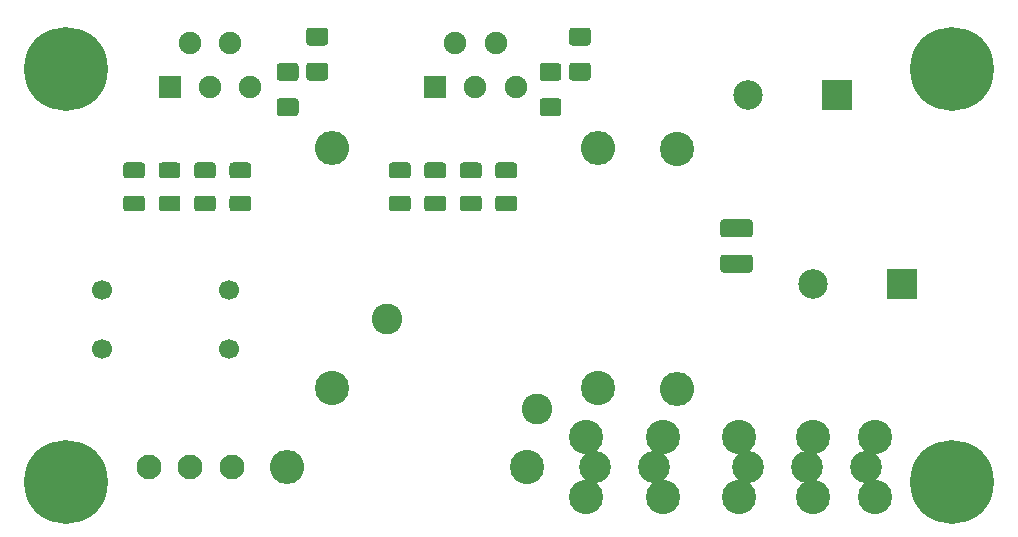
<source format=gbr>
%TF.GenerationSoftware,KiCad,Pcbnew,(5.1.6-0)*%
%TF.CreationDate,2023-05-04T22:11:03-07:00*%
%TF.ProjectId,LM1875x2_SMD_1206,4c4d3138-3735-4783-925f-534d445f3132,rev?*%
%TF.SameCoordinates,Original*%
%TF.FileFunction,Soldermask,Top*%
%TF.FilePolarity,Negative*%
%FSLAX46Y46*%
G04 Gerber Fmt 4.6, Leading zero omitted, Abs format (unit mm)*
G04 Created by KiCad (PCBNEW (5.1.6-0)) date 2023-05-04 22:11:03*
%MOMM*%
%LPD*%
G01*
G04 APERTURE LIST*
%ADD10C,2.900000*%
%ADD11C,0.900000*%
%ADD12C,7.100000*%
%ADD13C,2.600000*%
%ADD14O,1.900000X1.900000*%
%ADD15R,1.900000X1.900000*%
%ADD16O,2.900000X2.900000*%
%ADD17C,2.700000*%
%ADD18C,2.100000*%
%ADD19C,2.500000*%
%ADD20R,2.500000X2.500000*%
%ADD21C,1.700000*%
G04 APERTURE END LIST*
D10*
%TO.C,J8*%
X149500000Y-84960000D03*
X149500000Y-90040000D03*
%TD*%
%TO.C,J7*%
X130250000Y-84960000D03*
X130250000Y-90040000D03*
%TD*%
%TO.C,J6*%
X143250000Y-84960000D03*
X143250000Y-90040000D03*
%TD*%
%TO.C,J5*%
X136750000Y-84960000D03*
X136750000Y-90040000D03*
%TD*%
%TO.C,J4*%
X154750000Y-84960000D03*
X154750000Y-90040000D03*
%TD*%
D11*
%TO.C,H4*%
X163106155Y-86893845D03*
X161250000Y-86125000D03*
X159393845Y-86893845D03*
X158625000Y-88750000D03*
X159393845Y-90606155D03*
X161250000Y-91375000D03*
X163106155Y-90606155D03*
X163875000Y-88750000D03*
D12*
X161250000Y-88750000D03*
%TD*%
D11*
%TO.C,H3*%
X163106155Y-51893845D03*
X161250000Y-51125000D03*
X159393845Y-51893845D03*
X158625000Y-53750000D03*
X159393845Y-55606155D03*
X161250000Y-56375000D03*
X163106155Y-55606155D03*
X163875000Y-53750000D03*
D12*
X161250000Y-53750000D03*
%TD*%
D11*
%TO.C,H2*%
X88106155Y-51893845D03*
X86250000Y-51125000D03*
X84393845Y-51893845D03*
X83625000Y-53750000D03*
X84393845Y-55606155D03*
X86250000Y-56375000D03*
X88106155Y-55606155D03*
X88875000Y-53750000D03*
D12*
X86250000Y-53750000D03*
%TD*%
D11*
%TO.C,H1*%
X88106155Y-86893845D03*
X86250000Y-86125000D03*
X84393845Y-86893845D03*
X83625000Y-88750000D03*
X84393845Y-90606155D03*
X86250000Y-91375000D03*
X88106155Y-90606155D03*
X88875000Y-88750000D03*
D12*
X86250000Y-88750000D03*
%TD*%
D13*
%TO.C,L1*%
X126100000Y-82560000D03*
X113400000Y-74940000D03*
%TD*%
%TO.C,C9*%
G36*
G01*
X141892544Y-69475000D02*
X144107456Y-69475000D01*
G75*
G02*
X144375000Y-69742544I0J-267544D01*
G01*
X144375000Y-70732456D01*
G75*
G02*
X144107456Y-71000000I-267544J0D01*
G01*
X141892544Y-71000000D01*
G75*
G02*
X141625000Y-70732456I0J267544D01*
G01*
X141625000Y-69742544D01*
G75*
G02*
X141892544Y-69475000I267544J0D01*
G01*
G37*
G36*
G01*
X141892544Y-66500000D02*
X144107456Y-66500000D01*
G75*
G02*
X144375000Y-66767544I0J-267544D01*
G01*
X144375000Y-67757456D01*
G75*
G02*
X144107456Y-68025000I-267544J0D01*
G01*
X141892544Y-68025000D01*
G75*
G02*
X141625000Y-67757456I0J267544D01*
G01*
X141625000Y-66767544D01*
G75*
G02*
X141892544Y-66500000I267544J0D01*
G01*
G37*
%TD*%
%TO.C,C8*%
G36*
G01*
X127907456Y-54775000D02*
X126592544Y-54775000D01*
G75*
G02*
X126325000Y-54507456I0J267544D01*
G01*
X126325000Y-53517544D01*
G75*
G02*
X126592544Y-53250000I267544J0D01*
G01*
X127907456Y-53250000D01*
G75*
G02*
X128175000Y-53517544I0J-267544D01*
G01*
X128175000Y-54507456D01*
G75*
G02*
X127907456Y-54775000I-267544J0D01*
G01*
G37*
G36*
G01*
X127907456Y-57750000D02*
X126592544Y-57750000D01*
G75*
G02*
X126325000Y-57482456I0J267544D01*
G01*
X126325000Y-56492544D01*
G75*
G02*
X126592544Y-56225000I267544J0D01*
G01*
X127907456Y-56225000D01*
G75*
G02*
X128175000Y-56492544I0J-267544D01*
G01*
X128175000Y-57482456D01*
G75*
G02*
X127907456Y-57750000I-267544J0D01*
G01*
G37*
%TD*%
%TO.C,C7*%
G36*
G01*
X130407456Y-51775000D02*
X129092544Y-51775000D01*
G75*
G02*
X128825000Y-51507456I0J267544D01*
G01*
X128825000Y-50517544D01*
G75*
G02*
X129092544Y-50250000I267544J0D01*
G01*
X130407456Y-50250000D01*
G75*
G02*
X130675000Y-50517544I0J-267544D01*
G01*
X130675000Y-51507456D01*
G75*
G02*
X130407456Y-51775000I-267544J0D01*
G01*
G37*
G36*
G01*
X130407456Y-54750000D02*
X129092544Y-54750000D01*
G75*
G02*
X128825000Y-54482456I0J267544D01*
G01*
X128825000Y-53492544D01*
G75*
G02*
X129092544Y-53225000I267544J0D01*
G01*
X130407456Y-53225000D01*
G75*
G02*
X130675000Y-53492544I0J-267544D01*
G01*
X130675000Y-54482456D01*
G75*
G02*
X130407456Y-54750000I-267544J0D01*
G01*
G37*
%TD*%
%TO.C,C6*%
G36*
G01*
X105657456Y-54775000D02*
X104342544Y-54775000D01*
G75*
G02*
X104075000Y-54507456I0J267544D01*
G01*
X104075000Y-53517544D01*
G75*
G02*
X104342544Y-53250000I267544J0D01*
G01*
X105657456Y-53250000D01*
G75*
G02*
X105925000Y-53517544I0J-267544D01*
G01*
X105925000Y-54507456D01*
G75*
G02*
X105657456Y-54775000I-267544J0D01*
G01*
G37*
G36*
G01*
X105657456Y-57750000D02*
X104342544Y-57750000D01*
G75*
G02*
X104075000Y-57482456I0J267544D01*
G01*
X104075000Y-56492544D01*
G75*
G02*
X104342544Y-56225000I267544J0D01*
G01*
X105657456Y-56225000D01*
G75*
G02*
X105925000Y-56492544I0J-267544D01*
G01*
X105925000Y-57482456D01*
G75*
G02*
X105657456Y-57750000I-267544J0D01*
G01*
G37*
%TD*%
%TO.C,C5*%
G36*
G01*
X108157456Y-51775000D02*
X106842544Y-51775000D01*
G75*
G02*
X106575000Y-51507456I0J267544D01*
G01*
X106575000Y-50517544D01*
G75*
G02*
X106842544Y-50250000I267544J0D01*
G01*
X108157456Y-50250000D01*
G75*
G02*
X108425000Y-50517544I0J-267544D01*
G01*
X108425000Y-51507456D01*
G75*
G02*
X108157456Y-51775000I-267544J0D01*
G01*
G37*
G36*
G01*
X108157456Y-54750000D02*
X106842544Y-54750000D01*
G75*
G02*
X106575000Y-54482456I0J267544D01*
G01*
X106575000Y-53492544D01*
G75*
G02*
X106842544Y-53225000I267544J0D01*
G01*
X108157456Y-53225000D01*
G75*
G02*
X108425000Y-53492544I0J-267544D01*
G01*
X108425000Y-54482456D01*
G75*
G02*
X108157456Y-54750000I-267544J0D01*
G01*
G37*
%TD*%
D14*
%TO.C,U2*%
X124300000Y-55250000D03*
X122600000Y-51550000D03*
X120900000Y-55250000D03*
X119200000Y-51550000D03*
D15*
X117500000Y-55250000D03*
%TD*%
D14*
%TO.C,U1*%
X101800000Y-55250000D03*
X100100000Y-51550000D03*
X98400000Y-55250000D03*
X96700000Y-51550000D03*
D15*
X95000000Y-55250000D03*
%TD*%
D16*
%TO.C,R12*%
X104930000Y-87500000D03*
D10*
X125250000Y-87500000D03*
%TD*%
D16*
%TO.C,R11*%
X138000000Y-80820000D03*
D10*
X138000000Y-60500000D03*
%TD*%
D16*
%TO.C,R10*%
X131250000Y-60430000D03*
D10*
X131250000Y-80750000D03*
%TD*%
D16*
%TO.C,R9*%
X108750000Y-60430000D03*
D10*
X108750000Y-80750000D03*
%TD*%
%TO.C,R8*%
G36*
G01*
X124155000Y-63025000D02*
X122845000Y-63025000D01*
G75*
G02*
X122575000Y-62755000I0J270000D01*
G01*
X122575000Y-61945000D01*
G75*
G02*
X122845000Y-61675000I270000J0D01*
G01*
X124155000Y-61675000D01*
G75*
G02*
X124425000Y-61945000I0J-270000D01*
G01*
X124425000Y-62755000D01*
G75*
G02*
X124155000Y-63025000I-270000J0D01*
G01*
G37*
G36*
G01*
X124155000Y-65825000D02*
X122845000Y-65825000D01*
G75*
G02*
X122575000Y-65555000I0J270000D01*
G01*
X122575000Y-64745000D01*
G75*
G02*
X122845000Y-64475000I270000J0D01*
G01*
X124155000Y-64475000D01*
G75*
G02*
X124425000Y-64745000I0J-270000D01*
G01*
X124425000Y-65555000D01*
G75*
G02*
X124155000Y-65825000I-270000J0D01*
G01*
G37*
%TD*%
%TO.C,R7*%
G36*
G01*
X115155000Y-63025000D02*
X113845000Y-63025000D01*
G75*
G02*
X113575000Y-62755000I0J270000D01*
G01*
X113575000Y-61945000D01*
G75*
G02*
X113845000Y-61675000I270000J0D01*
G01*
X115155000Y-61675000D01*
G75*
G02*
X115425000Y-61945000I0J-270000D01*
G01*
X115425000Y-62755000D01*
G75*
G02*
X115155000Y-63025000I-270000J0D01*
G01*
G37*
G36*
G01*
X115155000Y-65825000D02*
X113845000Y-65825000D01*
G75*
G02*
X113575000Y-65555000I0J270000D01*
G01*
X113575000Y-64745000D01*
G75*
G02*
X113845000Y-64475000I270000J0D01*
G01*
X115155000Y-64475000D01*
G75*
G02*
X115425000Y-64745000I0J-270000D01*
G01*
X115425000Y-65555000D01*
G75*
G02*
X115155000Y-65825000I-270000J0D01*
G01*
G37*
%TD*%
%TO.C,R6*%
G36*
G01*
X101655000Y-63025000D02*
X100345000Y-63025000D01*
G75*
G02*
X100075000Y-62755000I0J270000D01*
G01*
X100075000Y-61945000D01*
G75*
G02*
X100345000Y-61675000I270000J0D01*
G01*
X101655000Y-61675000D01*
G75*
G02*
X101925000Y-61945000I0J-270000D01*
G01*
X101925000Y-62755000D01*
G75*
G02*
X101655000Y-63025000I-270000J0D01*
G01*
G37*
G36*
G01*
X101655000Y-65825000D02*
X100345000Y-65825000D01*
G75*
G02*
X100075000Y-65555000I0J270000D01*
G01*
X100075000Y-64745000D01*
G75*
G02*
X100345000Y-64475000I270000J0D01*
G01*
X101655000Y-64475000D01*
G75*
G02*
X101925000Y-64745000I0J-270000D01*
G01*
X101925000Y-65555000D01*
G75*
G02*
X101655000Y-65825000I-270000J0D01*
G01*
G37*
%TD*%
%TO.C,R5*%
G36*
G01*
X92655000Y-63025000D02*
X91345000Y-63025000D01*
G75*
G02*
X91075000Y-62755000I0J270000D01*
G01*
X91075000Y-61945000D01*
G75*
G02*
X91345000Y-61675000I270000J0D01*
G01*
X92655000Y-61675000D01*
G75*
G02*
X92925000Y-61945000I0J-270000D01*
G01*
X92925000Y-62755000D01*
G75*
G02*
X92655000Y-63025000I-270000J0D01*
G01*
G37*
G36*
G01*
X92655000Y-65825000D02*
X91345000Y-65825000D01*
G75*
G02*
X91075000Y-65555000I0J270000D01*
G01*
X91075000Y-64745000D01*
G75*
G02*
X91345000Y-64475000I270000J0D01*
G01*
X92655000Y-64475000D01*
G75*
G02*
X92925000Y-64745000I0J-270000D01*
G01*
X92925000Y-65555000D01*
G75*
G02*
X92655000Y-65825000I-270000J0D01*
G01*
G37*
%TD*%
%TO.C,R4*%
G36*
G01*
X119845000Y-64475000D02*
X121155000Y-64475000D01*
G75*
G02*
X121425000Y-64745000I0J-270000D01*
G01*
X121425000Y-65555000D01*
G75*
G02*
X121155000Y-65825000I-270000J0D01*
G01*
X119845000Y-65825000D01*
G75*
G02*
X119575000Y-65555000I0J270000D01*
G01*
X119575000Y-64745000D01*
G75*
G02*
X119845000Y-64475000I270000J0D01*
G01*
G37*
G36*
G01*
X119845000Y-61675000D02*
X121155000Y-61675000D01*
G75*
G02*
X121425000Y-61945000I0J-270000D01*
G01*
X121425000Y-62755000D01*
G75*
G02*
X121155000Y-63025000I-270000J0D01*
G01*
X119845000Y-63025000D01*
G75*
G02*
X119575000Y-62755000I0J270000D01*
G01*
X119575000Y-61945000D01*
G75*
G02*
X119845000Y-61675000I270000J0D01*
G01*
G37*
%TD*%
%TO.C,R3*%
G36*
G01*
X116845000Y-64475000D02*
X118155000Y-64475000D01*
G75*
G02*
X118425000Y-64745000I0J-270000D01*
G01*
X118425000Y-65555000D01*
G75*
G02*
X118155000Y-65825000I-270000J0D01*
G01*
X116845000Y-65825000D01*
G75*
G02*
X116575000Y-65555000I0J270000D01*
G01*
X116575000Y-64745000D01*
G75*
G02*
X116845000Y-64475000I270000J0D01*
G01*
G37*
G36*
G01*
X116845000Y-61675000D02*
X118155000Y-61675000D01*
G75*
G02*
X118425000Y-61945000I0J-270000D01*
G01*
X118425000Y-62755000D01*
G75*
G02*
X118155000Y-63025000I-270000J0D01*
G01*
X116845000Y-63025000D01*
G75*
G02*
X116575000Y-62755000I0J270000D01*
G01*
X116575000Y-61945000D01*
G75*
G02*
X116845000Y-61675000I270000J0D01*
G01*
G37*
%TD*%
%TO.C,R2*%
G36*
G01*
X97345000Y-64475000D02*
X98655000Y-64475000D01*
G75*
G02*
X98925000Y-64745000I0J-270000D01*
G01*
X98925000Y-65555000D01*
G75*
G02*
X98655000Y-65825000I-270000J0D01*
G01*
X97345000Y-65825000D01*
G75*
G02*
X97075000Y-65555000I0J270000D01*
G01*
X97075000Y-64745000D01*
G75*
G02*
X97345000Y-64475000I270000J0D01*
G01*
G37*
G36*
G01*
X97345000Y-61675000D02*
X98655000Y-61675000D01*
G75*
G02*
X98925000Y-61945000I0J-270000D01*
G01*
X98925000Y-62755000D01*
G75*
G02*
X98655000Y-63025000I-270000J0D01*
G01*
X97345000Y-63025000D01*
G75*
G02*
X97075000Y-62755000I0J270000D01*
G01*
X97075000Y-61945000D01*
G75*
G02*
X97345000Y-61675000I270000J0D01*
G01*
G37*
%TD*%
%TO.C,R1*%
G36*
G01*
X94345000Y-64475000D02*
X95655000Y-64475000D01*
G75*
G02*
X95925000Y-64745000I0J-270000D01*
G01*
X95925000Y-65555000D01*
G75*
G02*
X95655000Y-65825000I-270000J0D01*
G01*
X94345000Y-65825000D01*
G75*
G02*
X94075000Y-65555000I0J270000D01*
G01*
X94075000Y-64745000D01*
G75*
G02*
X94345000Y-64475000I270000J0D01*
G01*
G37*
G36*
G01*
X94345000Y-61675000D02*
X95655000Y-61675000D01*
G75*
G02*
X95925000Y-61945000I0J-270000D01*
G01*
X95925000Y-62755000D01*
G75*
G02*
X95655000Y-63025000I-270000J0D01*
G01*
X94345000Y-63025000D01*
G75*
G02*
X94075000Y-62755000I0J270000D01*
G01*
X94075000Y-61945000D01*
G75*
G02*
X94345000Y-61675000I270000J0D01*
G01*
G37*
%TD*%
D17*
%TO.C,J3*%
X154000000Y-87500000D03*
X149000000Y-87500000D03*
X144000000Y-87500000D03*
%TD*%
%TO.C,J2*%
X136000000Y-87500000D03*
X131000000Y-87500000D03*
%TD*%
D18*
%TO.C,J1*%
X100250000Y-87500000D03*
X96750000Y-87500000D03*
X93250000Y-87500000D03*
%TD*%
D19*
%TO.C,C4*%
X149500000Y-72000000D03*
D20*
X157000000Y-72000000D03*
%TD*%
D19*
%TO.C,C3*%
X144000000Y-56000000D03*
D20*
X151500000Y-56000000D03*
%TD*%
D21*
%TO.C,C2*%
X89250000Y-77500000D03*
X89250000Y-72500000D03*
%TD*%
%TO.C,C1*%
X100000000Y-77500000D03*
X100000000Y-72500000D03*
%TD*%
M02*

</source>
